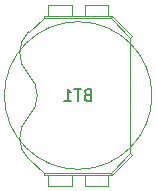
<source format=gbr>
G04 #@! TF.GenerationSoftware,KiCad,Pcbnew,5.0.2-bee76a0~70~ubuntu16.04.1*
G04 #@! TF.CreationDate,2020-01-28T21:52:51-08:00*
G04 #@! TF.ProjectId,touch-circuit-v1,746f7563-682d-4636-9972-637569742d76,rev?*
G04 #@! TF.SameCoordinates,Original*
G04 #@! TF.FileFunction,Other,Fab,Bot*
%FSLAX46Y46*%
G04 Gerber Fmt 4.6, Leading zero omitted, Abs format (unit mm)*
G04 Created by KiCad (PCBNEW 5.0.2-bee76a0~70~ubuntu16.04.1) date Tue 28 Jan 2020 09:52:51 PM PST*
%MOMM*%
%LPD*%
G01*
G04 APERTURE LIST*
%ADD10C,0.100000*%
%ADD11C,0.150000*%
G04 APERTURE END LIST*
D10*
G04 #@! TO.C,BT1*
X155150000Y-95050000D02*
X155150000Y-94850000D01*
X155150000Y-95050000D02*
X155300000Y-94900000D01*
X156950000Y-96550000D02*
X156800000Y-96700000D01*
X156950000Y-106650000D02*
X156800000Y-106500000D01*
X155150000Y-108150000D02*
X155300000Y-108300000D01*
X155150000Y-108350000D02*
X155150000Y-108150000D01*
X149550000Y-94850000D02*
X149550000Y-95050000D01*
X149550000Y-108350000D02*
X149550000Y-108150000D01*
X158650000Y-101600000D02*
G75*
G03X158650000Y-101600000I-6250000J0D01*
G01*
X148200000Y-99800000D02*
G75*
G02X148200000Y-103400000I-1800000J-1800000D01*
G01*
X149550000Y-95050000D02*
X148200000Y-96200000D01*
X149550000Y-108150000D02*
X148200000Y-107000000D01*
X155150000Y-108150000D02*
X156800000Y-106500000D01*
X149550000Y-108150000D02*
X155150000Y-108150000D01*
X155150000Y-95050000D02*
X156800000Y-96700000D01*
X149550000Y-95050000D02*
X155150000Y-95050000D01*
X155300000Y-94900000D02*
X156950000Y-96550000D01*
X155300000Y-108300000D02*
X156950000Y-106650000D01*
X156800000Y-96700000D02*
X156800000Y-106500000D01*
X149550000Y-94850000D02*
X155150000Y-94850000D01*
X149550000Y-108350000D02*
X155150000Y-108350000D01*
X154950000Y-93950000D02*
X154950000Y-94850000D01*
X152950000Y-93950000D02*
X154950000Y-93950000D01*
X152950000Y-94850000D02*
X152950000Y-93950000D01*
X151850000Y-93950000D02*
X151850000Y-94850000D01*
X149850000Y-93950000D02*
X151850000Y-93950000D01*
X149850000Y-94850000D02*
X149850000Y-93950000D01*
X149850000Y-109250000D02*
X149850000Y-108350000D01*
X151850000Y-109250000D02*
X149850000Y-109250000D01*
X151850000Y-108350000D02*
X151850000Y-109250000D01*
X152950000Y-109250000D02*
X152950000Y-108350000D01*
X154950000Y-109250000D02*
X154950000Y-108350000D01*
X154950000Y-109250000D02*
X152950000Y-109250000D01*
X148200000Y-99800000D02*
G75*
G02X148200000Y-96200000I1800000J1800000D01*
G01*
X148200000Y-107000000D02*
G75*
G02X148200000Y-103400000I1800000J1800000D01*
G01*
G04 #@! TD*
G04 #@! TO.C,BT1*
D11*
X153185714Y-101528571D02*
X153042857Y-101576190D01*
X152995238Y-101623809D01*
X152947619Y-101719047D01*
X152947619Y-101861904D01*
X152995238Y-101957142D01*
X153042857Y-102004761D01*
X153138095Y-102052380D01*
X153519047Y-102052380D01*
X153519047Y-101052380D01*
X153185714Y-101052380D01*
X153090476Y-101100000D01*
X153042857Y-101147619D01*
X152995238Y-101242857D01*
X152995238Y-101338095D01*
X153042857Y-101433333D01*
X153090476Y-101480952D01*
X153185714Y-101528571D01*
X153519047Y-101528571D01*
X152661904Y-101052380D02*
X152090476Y-101052380D01*
X152376190Y-102052380D02*
X152376190Y-101052380D01*
X151233333Y-102052380D02*
X151804761Y-102052380D01*
X151519047Y-102052380D02*
X151519047Y-101052380D01*
X151614285Y-101195238D01*
X151709523Y-101290476D01*
X151804761Y-101338095D01*
G04 #@! TD*
M02*

</source>
